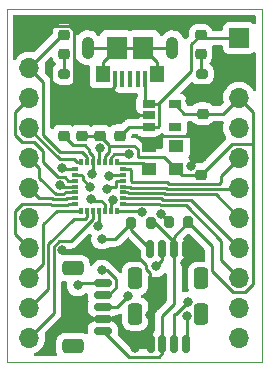
<source format=gbr>
G04 #@! TF.GenerationSoftware,KiCad,Pcbnew,(6.0.7)*
G04 #@! TF.CreationDate,2022-08-21T23:09:39-05:00*
G04 #@! TF.ProjectId,STM32QFN28Breakout,53544d33-3251-4464-9e32-38427265616b,rev?*
G04 #@! TF.SameCoordinates,Original*
G04 #@! TF.FileFunction,Copper,L1,Top*
G04 #@! TF.FilePolarity,Positive*
%FSLAX46Y46*%
G04 Gerber Fmt 4.6, Leading zero omitted, Abs format (unit mm)*
G04 Created by KiCad (PCBNEW (6.0.7)) date 2022-08-21 23:09:39*
%MOMM*%
%LPD*%
G01*
G04 APERTURE LIST*
G04 Aperture macros list*
%AMRoundRect*
0 Rectangle with rounded corners*
0 $1 Rounding radius*
0 $2 $3 $4 $5 $6 $7 $8 $9 X,Y pos of 4 corners*
0 Add a 4 corners polygon primitive as box body*
4,1,4,$2,$3,$4,$5,$6,$7,$8,$9,$2,$3,0*
0 Add four circle primitives for the rounded corners*
1,1,$1+$1,$2,$3*
1,1,$1+$1,$4,$5*
1,1,$1+$1,$6,$7*
1,1,$1+$1,$8,$9*
0 Add four rect primitives between the rounded corners*
20,1,$1+$1,$2,$3,$4,$5,0*
20,1,$1+$1,$4,$5,$6,$7,0*
20,1,$1+$1,$6,$7,$8,$9,0*
20,1,$1+$1,$8,$9,$2,$3,0*%
G04 Aperture macros list end*
G04 #@! TA.AperFunction,Profile*
%ADD10C,0.050000*%
G04 #@! TD*
G04 #@! TA.AperFunction,SMDPad,CuDef*
%ADD11R,0.299974X0.599948*%
G04 #@! TD*
G04 #@! TA.AperFunction,SMDPad,CuDef*
%ADD12R,0.599948X0.299974*%
G04 #@! TD*
G04 #@! TA.AperFunction,SMDPad,CuDef*
%ADD13R,1.150000X1.450000*%
G04 #@! TD*
G04 #@! TA.AperFunction,ComponentPad*
%ADD14O,1.050000X1.900000*%
G04 #@! TD*
G04 #@! TA.AperFunction,SMDPad,CuDef*
%ADD15R,1.750000X1.900000*%
G04 #@! TD*
G04 #@! TA.AperFunction,SMDPad,CuDef*
%ADD16R,0.400000X1.400000*%
G04 #@! TD*
G04 #@! TA.AperFunction,ComponentPad*
%ADD17R,1.700000X1.700000*%
G04 #@! TD*
G04 #@! TA.AperFunction,ComponentPad*
%ADD18O,1.700000X1.700000*%
G04 #@! TD*
G04 #@! TA.AperFunction,SMDPad,CuDef*
%ADD19RoundRect,0.150000X0.625000X-0.150000X0.625000X0.150000X-0.625000X0.150000X-0.625000X-0.150000X0*%
G04 #@! TD*
G04 #@! TA.AperFunction,SMDPad,CuDef*
%ADD20RoundRect,0.250000X0.650000X-0.350000X0.650000X0.350000X-0.650000X0.350000X-0.650000X-0.350000X0*%
G04 #@! TD*
G04 #@! TA.AperFunction,SMDPad,CuDef*
%ADD21RoundRect,0.225000X0.250000X-0.225000X0.250000X0.225000X-0.250000X0.225000X-0.250000X-0.225000X0*%
G04 #@! TD*
G04 #@! TA.AperFunction,SMDPad,CuDef*
%ADD22RoundRect,0.150000X0.150000X0.625000X-0.150000X0.625000X-0.150000X-0.625000X0.150000X-0.625000X0*%
G04 #@! TD*
G04 #@! TA.AperFunction,SMDPad,CuDef*
%ADD23RoundRect,0.249999X0.350001X0.650001X-0.350001X0.650001X-0.350001X-0.650001X0.350001X-0.650001X0*%
G04 #@! TD*
G04 #@! TA.AperFunction,SMDPad,CuDef*
%ADD24RoundRect,0.249999X-0.350001X-0.650001X0.350001X-0.650001X0.350001X0.650001X-0.350001X0.650001X0*%
G04 #@! TD*
G04 #@! TA.AperFunction,SMDPad,CuDef*
%ADD25RoundRect,0.150000X-0.150000X-0.625000X0.150000X-0.625000X0.150000X0.625000X-0.150000X0.625000X0*%
G04 #@! TD*
G04 #@! TA.AperFunction,SMDPad,CuDef*
%ADD26RoundRect,0.225000X-0.250000X0.225000X-0.250000X-0.225000X0.250000X-0.225000X0.250000X0.225000X0*%
G04 #@! TD*
G04 #@! TA.AperFunction,SMDPad,CuDef*
%ADD27RoundRect,0.218750X0.256250X-0.218750X0.256250X0.218750X-0.256250X0.218750X-0.256250X-0.218750X0*%
G04 #@! TD*
G04 #@! TA.AperFunction,SMDPad,CuDef*
%ADD28RoundRect,0.200000X-0.200000X-0.275000X0.200000X-0.275000X0.200000X0.275000X-0.200000X0.275000X0*%
G04 #@! TD*
G04 #@! TA.AperFunction,SMDPad,CuDef*
%ADD29RoundRect,0.200000X0.275000X-0.200000X0.275000X0.200000X-0.275000X0.200000X-0.275000X-0.200000X0*%
G04 #@! TD*
G04 #@! TA.AperFunction,SMDPad,CuDef*
%ADD30RoundRect,0.200000X-0.275000X0.200000X-0.275000X-0.200000X0.275000X-0.200000X0.275000X0.200000X0*%
G04 #@! TD*
G04 #@! TA.AperFunction,SMDPad,CuDef*
%ADD31R,1.060000X0.650000*%
G04 #@! TD*
G04 #@! TA.AperFunction,SMDPad,CuDef*
%ADD32R,1.300000X1.100000*%
G04 #@! TD*
G04 #@! TA.AperFunction,ViaPad*
%ADD33C,0.800000*%
G04 #@! TD*
G04 #@! TA.AperFunction,Conductor*
%ADD34C,0.250000*%
G04 #@! TD*
G04 APERTURE END LIST*
D10*
X201300000Y-78800000D02*
X201300000Y-108700000D01*
X201300000Y-108700000D02*
X222900000Y-108700000D01*
X222900000Y-108700000D02*
X222900000Y-78800000D01*
X222900000Y-78800000D02*
X201300000Y-78800000D01*
D11*
X210624420Y-91813380D03*
X210124040Y-91813380D03*
X209623660Y-91813380D03*
X209123280Y-91813380D03*
X208622900Y-91813380D03*
X208122520Y-91813380D03*
X207622140Y-91813380D03*
D12*
X207078580Y-92356940D03*
X207078580Y-92857320D03*
X207078580Y-93357700D03*
X207078580Y-93858080D03*
X207078580Y-94358460D03*
X207078580Y-94858840D03*
X207078580Y-95359220D03*
D11*
X207622140Y-95902780D03*
X208122520Y-95902780D03*
X208622900Y-95902780D03*
X209123280Y-95902780D03*
X209623660Y-95902780D03*
X210124040Y-95902780D03*
X210624420Y-95902780D03*
D12*
X211167980Y-95359220D03*
X211167980Y-94858840D03*
X211167980Y-94358460D03*
X211167980Y-93858080D03*
X211167980Y-93357700D03*
X211167980Y-92857320D03*
X211167980Y-92356940D03*
D13*
X214060000Y-84320000D03*
X209420000Y-84320000D03*
D14*
X208165000Y-82090000D03*
X215315000Y-82090000D03*
D15*
X212865000Y-82090000D03*
D16*
X211740000Y-84740000D03*
X211090000Y-84740000D03*
X210440000Y-84740000D03*
X213040000Y-84740000D03*
X212390000Y-84740000D03*
D15*
X210615000Y-82090000D03*
D17*
X203200000Y-81280000D03*
D18*
X203200000Y-83820000D03*
X203200000Y-86360000D03*
X203200000Y-88900000D03*
X203200000Y-91440000D03*
X203200000Y-93980000D03*
X203200000Y-96520000D03*
X203200000Y-99060000D03*
X203200000Y-101600000D03*
X203200000Y-104140000D03*
X203200000Y-106680000D03*
D19*
X209435000Y-106060000D03*
X209435000Y-105060000D03*
X209435000Y-104060000D03*
X209435000Y-103060000D03*
X209435000Y-102060000D03*
D20*
X206910000Y-100760000D03*
X206910000Y-107360000D03*
D21*
X206110000Y-89575000D03*
X206110000Y-88025000D03*
X207640000Y-89575000D03*
X207640000Y-88025000D03*
X209200000Y-89575000D03*
X209200000Y-88025000D03*
D22*
X216470000Y-99115000D03*
X215470000Y-99115000D03*
X214470000Y-99115000D03*
X213470000Y-99115000D03*
D23*
X217770000Y-101640000D03*
X212170000Y-101640000D03*
D24*
X212180000Y-104640000D03*
X217780000Y-104640000D03*
D25*
X216480000Y-107165000D03*
X215480000Y-107165000D03*
X214480000Y-107165000D03*
X213480000Y-107165000D03*
D26*
X217790000Y-91295000D03*
X217790000Y-92845000D03*
D21*
X210870000Y-88005000D03*
X210870000Y-89555000D03*
X217890000Y-89245000D03*
X217890000Y-87695000D03*
D27*
X217720000Y-82597500D03*
X217720000Y-81022500D03*
X206180000Y-82617500D03*
X206180000Y-81042500D03*
D18*
X220980000Y-106680000D03*
X220980000Y-104140000D03*
X220980000Y-101600000D03*
X220980000Y-99060000D03*
X220980000Y-96520000D03*
X220980000Y-93980000D03*
X220980000Y-91440000D03*
X220980000Y-88900000D03*
X220980000Y-86360000D03*
X220980000Y-83820000D03*
D17*
X220980000Y-81280000D03*
D28*
X211855000Y-96930000D03*
X213505000Y-96930000D03*
X215025000Y-96890000D03*
X216675000Y-96890000D03*
D29*
X217850000Y-85955000D03*
X217850000Y-84305000D03*
D30*
X206180000Y-84325000D03*
X206180000Y-85975000D03*
D31*
X215520000Y-86890000D03*
X215520000Y-88790000D03*
X213320000Y-88790000D03*
X213320000Y-87840000D03*
X213320000Y-86890000D03*
D32*
X215660000Y-90450000D03*
X213360000Y-90450000D03*
X213360000Y-92350000D03*
X215660000Y-92350000D03*
D33*
X206000000Y-99260000D03*
X211640000Y-99030000D03*
X216918259Y-92078483D03*
X216780000Y-86590000D03*
X216620000Y-103660000D03*
X213440000Y-104750000D03*
X211597338Y-103109801D03*
X212150000Y-107510000D03*
X207710000Y-105080000D03*
X209170000Y-86600000D03*
X213925374Y-100620774D03*
X207300000Y-102230000D03*
X209240000Y-90624500D03*
X214338592Y-96142504D03*
X209930170Y-92996656D03*
X216429419Y-100364030D03*
X209802600Y-94094273D03*
X209361830Y-98301031D03*
X205986380Y-92290900D03*
X208390349Y-93881300D03*
X216580000Y-104780000D03*
X208481170Y-92765880D03*
X210268004Y-94980760D03*
X209350000Y-100950000D03*
X212791040Y-96050100D03*
X209016738Y-97204875D03*
X205793340Y-93767750D03*
X211653445Y-91129000D03*
X208414620Y-94927420D03*
D34*
X210615000Y-82090000D02*
X212865000Y-82090000D01*
X212865000Y-82090000D02*
X215315000Y-82090000D01*
X214060000Y-83285000D02*
X214060000Y-84320000D01*
X212865000Y-82090000D02*
X214060000Y-83285000D01*
X209420000Y-83285000D02*
X209420000Y-84320000D01*
X210615000Y-82090000D02*
X209420000Y-83285000D01*
X208165000Y-82090000D02*
X210615000Y-82090000D01*
X213040000Y-86610000D02*
X213320000Y-86890000D01*
X213040000Y-84740000D02*
X213040000Y-86610000D01*
X210440000Y-85330000D02*
X209170000Y-86600000D01*
X210440000Y-84740000D02*
X210440000Y-85330000D01*
X214890000Y-93440000D02*
X211910000Y-93440000D01*
X219300000Y-93620000D02*
X215070000Y-93620000D01*
X214338592Y-96203592D02*
X214338592Y-96142504D01*
X215025000Y-96890000D02*
X214338592Y-96203592D01*
X212266182Y-95359220D02*
X211167980Y-95359220D01*
X212317398Y-95308004D02*
X212266182Y-95359220D01*
X219483989Y-100103989D02*
X219483989Y-98456749D01*
X219480000Y-93440000D02*
X219300000Y-93620000D01*
X216445244Y-95418004D02*
X214325244Y-95418004D01*
X220980000Y-101600000D02*
X219483989Y-100103989D01*
X214511433Y-94968503D02*
X216888503Y-94968503D01*
X218979002Y-94519002D02*
X220980000Y-96520000D01*
X214697622Y-94519002D02*
X218979002Y-94519002D01*
X211607622Y-94409002D02*
X214587622Y-94409002D01*
X211557080Y-94358460D02*
X211607622Y-94409002D01*
X211167980Y-94358460D02*
X211557080Y-94358460D01*
X220890499Y-94069501D02*
X220980000Y-93980000D01*
X211168317Y-94858503D02*
X214401433Y-94858503D01*
X214883811Y-94069501D02*
X220890499Y-94069501D01*
X214773811Y-93959501D02*
X214883811Y-94069501D01*
X211819375Y-93959501D02*
X214773811Y-93959501D01*
X211717954Y-93858080D02*
X211819375Y-93959501D01*
X214587622Y-94409002D02*
X214697622Y-94519002D01*
X211167980Y-94858840D02*
X211168317Y-94858503D01*
X214215244Y-95308004D02*
X212317398Y-95308004D01*
X219483989Y-98456749D02*
X216445244Y-95418004D01*
X214401433Y-94858503D02*
X214511433Y-94968503D01*
X214325244Y-95418004D02*
X214215244Y-95308004D01*
X215070000Y-93620000D02*
X214890000Y-93440000D01*
X211167980Y-93858080D02*
X211717954Y-93858080D01*
X216888503Y-94968503D02*
X220980000Y-99060000D01*
X211410000Y-99260000D02*
X206000000Y-99260000D01*
X204825999Y-102514001D02*
X203200000Y-104140000D01*
X204825999Y-98733713D02*
X204825999Y-102514001D01*
X206960253Y-96599459D02*
X204825999Y-98733713D01*
X211640000Y-99030000D02*
X211410000Y-99260000D01*
X207960424Y-96599459D02*
X206960253Y-96599459D01*
X208122520Y-95902780D02*
X208122520Y-96437363D01*
X208122520Y-96437363D02*
X207960424Y-96599459D01*
X205275500Y-98959902D02*
X205275500Y-104604500D01*
X205759902Y-98475500D02*
X205275500Y-98959902D01*
X208622900Y-95902780D02*
X208622900Y-96573394D01*
X205275500Y-104604500D02*
X203200000Y-106680000D01*
X208622900Y-96573394D02*
X206720794Y-98475500D01*
X206720794Y-98475500D02*
X205759902Y-98475500D01*
X213095000Y-100485000D02*
X211640000Y-99030000D01*
X213095000Y-100815000D02*
X213095000Y-100485000D01*
X213440000Y-101160000D02*
X213095000Y-100815000D01*
X214470000Y-99115000D02*
X214470000Y-100076148D01*
X214470000Y-100076148D02*
X213925374Y-100620774D01*
X213440000Y-104750000D02*
X213440000Y-101160000D01*
X217701742Y-91295000D02*
X216918259Y-92078483D01*
X217790000Y-91295000D02*
X217701742Y-91295000D01*
X207756670Y-93247621D02*
X208390349Y-93881300D01*
X207756670Y-92985436D02*
X207756670Y-93247621D01*
X207628554Y-92857320D02*
X207756670Y-92985436D01*
X207078580Y-92857320D02*
X207628554Y-92857320D01*
X217415000Y-85955000D02*
X216780000Y-86590000D01*
X217850000Y-85955000D02*
X217415000Y-85955000D01*
X215520000Y-86890000D02*
X216325000Y-87695000D01*
X216325000Y-87695000D02*
X217890000Y-87695000D01*
X215655500Y-104624500D02*
X216620000Y-103660000D01*
X215480000Y-104624500D02*
X215655500Y-104624500D01*
X215470000Y-103824310D02*
X214480000Y-104814310D01*
X214480000Y-104814310D02*
X214480000Y-107165000D01*
X215470000Y-99115000D02*
X215470000Y-103824310D01*
X214195000Y-108265000D02*
X214480000Y-107980000D01*
X211640000Y-108265000D02*
X214195000Y-108265000D01*
X209435000Y-106060000D02*
X211640000Y-108265000D01*
X214480000Y-107980000D02*
X214480000Y-107165000D01*
X218845000Y-85955000D02*
X217850000Y-85955000D01*
X220980000Y-83820000D02*
X218845000Y-85955000D01*
X210647139Y-104060000D02*
X209435000Y-104060000D01*
X211597338Y-103109801D02*
X210647139Y-104060000D01*
X209881751Y-103060000D02*
X209435000Y-103060000D01*
X210535000Y-102406751D02*
X209881751Y-103060000D01*
X209771751Y-100950000D02*
X210535000Y-101713249D01*
X210535000Y-101713249D02*
X210535000Y-102406751D01*
X209350000Y-100950000D02*
X209771751Y-100950000D01*
X222115000Y-90265000D02*
X222170000Y-90210000D01*
X220370000Y-90265000D02*
X222115000Y-90265000D01*
X217790000Y-92845000D02*
X220370000Y-90265000D01*
X222170000Y-90210000D02*
X222170000Y-87550000D01*
X222170000Y-102070994D02*
X222170000Y-90210000D01*
X216470000Y-99115000D02*
X216470000Y-100323449D01*
X216470000Y-100323449D02*
X216429419Y-100364030D01*
X212495000Y-107165000D02*
X212150000Y-107510000D01*
X213480000Y-107165000D02*
X212495000Y-107165000D01*
X207730000Y-105060000D02*
X207710000Y-105080000D01*
X209435000Y-105060000D02*
X207730000Y-105060000D01*
X209200000Y-86630000D02*
X209170000Y-86600000D01*
X209200000Y-88025000D02*
X209200000Y-86630000D01*
X217560000Y-89575000D02*
X217890000Y-89245000D01*
X213360000Y-90450000D02*
X214235000Y-89575000D01*
X214235000Y-89575000D02*
X217560000Y-89575000D01*
X212074500Y-90404500D02*
X209964500Y-90404500D01*
X212385000Y-90715000D02*
X212074500Y-90404500D01*
X214635000Y-91325000D02*
X212385000Y-91325000D01*
X215660000Y-92350000D02*
X214635000Y-91325000D01*
X212863500Y-91853500D02*
X213360000Y-92350000D01*
X210624420Y-91813380D02*
X210664540Y-91853500D01*
X212385000Y-91325000D02*
X212385000Y-90715000D01*
X210395788Y-91129000D02*
X211653445Y-91129000D01*
X210124040Y-91400748D02*
X210395788Y-91129000D01*
X210124040Y-91813380D02*
X210124040Y-91400748D01*
X210664540Y-91853500D02*
X212863500Y-91853500D01*
X211035000Y-87840000D02*
X213320000Y-87840000D01*
X210870000Y-88005000D02*
X211035000Y-87840000D01*
X220493299Y-102775000D02*
X221465994Y-102775000D01*
X218705000Y-98920000D02*
X218705000Y-100986701D01*
X222170000Y-87550000D02*
X220980000Y-86360000D01*
X216675000Y-96890000D02*
X218705000Y-98920000D01*
X218705000Y-100986701D02*
X220493299Y-102775000D01*
X221465994Y-102775000D02*
X222170000Y-102070994D01*
X209964500Y-90404500D02*
X209964500Y-90324402D01*
X209964500Y-90924598D02*
X209964500Y-90404500D01*
X216155000Y-92845000D02*
X215660000Y-92350000D01*
X217790000Y-92845000D02*
X216155000Y-92845000D01*
X215480000Y-104624500D02*
X215480000Y-107165000D01*
X216580000Y-107065000D02*
X216480000Y-107165000D01*
X216580000Y-104780000D02*
X216580000Y-107065000D01*
X210483969Y-98301031D02*
X211855000Y-96930000D01*
X209361830Y-98301031D02*
X210483969Y-98301031D01*
X213847538Y-96930000D02*
X213505000Y-96930000D01*
X215470000Y-98552462D02*
X213847538Y-96930000D01*
X215470000Y-99115000D02*
X215470000Y-98552462D01*
X215470000Y-98095000D02*
X216675000Y-96890000D01*
X215470000Y-99115000D02*
X215470000Y-98095000D01*
X211855000Y-97500000D02*
X213470000Y-99115000D01*
X211855000Y-96930000D02*
X211855000Y-97500000D01*
X207470000Y-102060000D02*
X207300000Y-102230000D01*
X209435000Y-102060000D02*
X207470000Y-102060000D01*
X209123280Y-90741220D02*
X209240000Y-90624500D01*
X209123280Y-91813380D02*
X209123280Y-90741220D01*
X209964500Y-90324402D02*
X209215098Y-89575000D01*
X209623660Y-91265438D02*
X209964500Y-90924598D01*
X209623660Y-91813380D02*
X209623660Y-91265438D01*
X205782760Y-90934521D02*
X204375001Y-89526762D01*
X207659733Y-90934521D02*
X205782760Y-90934521D01*
X208122520Y-91813380D02*
X208122520Y-91397308D01*
X209215098Y-89575000D02*
X209200000Y-89575000D01*
X206885000Y-90350000D02*
X206110000Y-89575000D01*
X207894411Y-90350000D02*
X206885000Y-90350000D01*
X208285500Y-90741089D02*
X207894411Y-90350000D01*
X208122520Y-91397308D02*
X207659733Y-90934521D01*
X208285500Y-90924598D02*
X208285500Y-90741089D01*
X208622900Y-91261998D02*
X208285500Y-90924598D01*
X204375001Y-89526762D02*
X204375001Y-84995001D01*
X208622900Y-91813380D02*
X208622900Y-91261998D01*
X204375001Y-84995001D02*
X203200000Y-83820000D01*
X207640000Y-89575000D02*
X209200000Y-89575000D01*
X214100000Y-86890000D02*
X213320000Y-86890000D01*
X214175000Y-86965000D02*
X214100000Y-86890000D01*
X214175000Y-88715000D02*
X214175000Y-86965000D01*
X214100000Y-88790000D02*
X214175000Y-88715000D01*
X213320000Y-88790000D02*
X214100000Y-88790000D01*
X211635000Y-88790000D02*
X213320000Y-88790000D01*
X210870000Y-89555000D02*
X211635000Y-88790000D01*
X219645000Y-87695000D02*
X220980000Y-86360000D01*
X217890000Y-87695000D02*
X219645000Y-87695000D01*
X217720000Y-84175000D02*
X217850000Y-84305000D01*
X217720000Y-82597500D02*
X217720000Y-84175000D01*
X216920000Y-84070000D02*
X216920000Y-81822500D01*
X214100000Y-86890000D02*
X216920000Y-84070000D01*
X216920000Y-81822500D02*
X217720000Y-81022500D01*
X217977500Y-81280000D02*
X220980000Y-81280000D01*
X217720000Y-81022500D02*
X217977500Y-81280000D01*
X206980000Y-80598521D02*
X206980000Y-85175000D01*
X206980000Y-85175000D02*
X206180000Y-85975000D01*
X206661479Y-80280000D02*
X206980000Y-80598521D01*
X204200000Y-80280000D02*
X206661479Y-80280000D01*
X203200000Y-81280000D02*
X204200000Y-80280000D01*
X206180000Y-82617500D02*
X206180000Y-84325000D01*
X205977500Y-81042500D02*
X206180000Y-81042500D01*
X203200000Y-83820000D02*
X205977500Y-81042500D01*
X210850000Y-88025000D02*
X210870000Y-88005000D01*
X209200000Y-88025000D02*
X210850000Y-88025000D01*
X207640000Y-88025000D02*
X209200000Y-88025000D01*
X206110000Y-88025000D02*
X207640000Y-88025000D01*
X219480000Y-92940000D02*
X220980000Y-91440000D01*
X219480000Y-93440000D02*
X219480000Y-92940000D01*
X211860000Y-93390000D02*
X211910000Y-93440000D01*
X211860000Y-92449379D02*
X211860000Y-93390000D01*
X211767561Y-92356940D02*
X211860000Y-92449379D01*
X211167980Y-92356940D02*
X211767561Y-92356940D01*
X208622900Y-92624150D02*
X208481170Y-92765880D01*
X208622900Y-91813380D02*
X208622900Y-92624150D01*
X210041206Y-93934500D02*
X209881433Y-94094273D01*
X210993004Y-93383093D02*
X210543006Y-93383093D01*
X211167980Y-93357700D02*
X210993004Y-93357700D01*
X210993004Y-93357700D02*
X210993004Y-93383093D01*
X209881433Y-94094273D02*
X209802600Y-94094273D01*
X211167980Y-92857320D02*
X210069506Y-92857320D01*
X210543006Y-93934500D02*
X210041206Y-93934500D01*
X210069506Y-92857320D02*
X209930170Y-92996656D01*
X210543006Y-93383093D02*
X210543006Y-93934500D01*
X207078580Y-92356940D02*
X206052420Y-92356940D01*
X206052420Y-92356940D02*
X205986380Y-92290900D01*
X210124040Y-95124724D02*
X210268004Y-94980760D01*
X210124040Y-95902780D02*
X210124040Y-95124724D01*
X212643720Y-95902780D02*
X212791040Y-96050100D01*
X210624420Y-95902780D02*
X212643720Y-95902780D01*
X209123280Y-97098333D02*
X209016738Y-97204875D01*
X209123280Y-95902780D02*
X209123280Y-97098333D01*
X207078580Y-93858080D02*
X205883670Y-93858080D01*
X205883670Y-93858080D02*
X205793340Y-93767750D01*
X204375001Y-91744905D02*
X204375001Y-90875999D01*
X202024999Y-89464001D02*
X202024999Y-87535001D01*
X206528606Y-93357700D02*
X206202048Y-93031142D01*
X202635999Y-90075001D02*
X202024999Y-89464001D01*
X204375001Y-90875999D02*
X203574003Y-90075001D01*
X207078580Y-93357700D02*
X206528606Y-93357700D01*
X205661238Y-93031142D02*
X204375001Y-91744905D01*
X202350001Y-87209999D02*
X203200000Y-86360000D01*
X203574003Y-90075001D02*
X202635999Y-90075001D01*
X206202048Y-93031142D02*
X205661238Y-93031142D01*
X202024999Y-87535001D02*
X202350001Y-87209999D01*
X206411665Y-94858840D02*
X206327742Y-94942763D01*
X205146174Y-94829999D02*
X204049999Y-94829999D01*
X206327742Y-94942763D02*
X205258938Y-94942763D01*
X205258938Y-94942763D02*
X205146174Y-94829999D01*
X207078580Y-94858840D02*
X206411665Y-94858840D01*
X204049999Y-94829999D02*
X203200000Y-93980000D01*
X207078580Y-94358460D02*
X206275634Y-94358460D01*
X204049999Y-92289999D02*
X203200000Y-91440000D01*
X206275634Y-94358460D02*
X206141342Y-94492752D01*
X205445338Y-94492752D02*
X204049999Y-93097413D01*
X204049999Y-93097413D02*
X204049999Y-92289999D01*
X206141342Y-94492752D02*
X205445338Y-94492752D01*
X205777726Y-91565898D02*
X203200000Y-88988172D01*
X203200000Y-88988172D02*
X203200000Y-88900000D01*
X207222153Y-91813380D02*
X206974671Y-91565898D01*
X207622140Y-91813380D02*
X207222153Y-91813380D01*
X206974671Y-91565898D02*
X205777726Y-91565898D01*
X207078580Y-95359220D02*
X206528606Y-95359220D01*
X202024999Y-97884999D02*
X202350001Y-98210001D01*
X206528606Y-95359220D02*
X206495052Y-95392774D01*
X206495052Y-95392774D02*
X205072538Y-95392774D01*
X205072538Y-95392774D02*
X205024763Y-95344999D01*
X202350001Y-98210001D02*
X203200000Y-99060000D01*
X205024763Y-95344999D02*
X202635999Y-95344999D01*
X202024999Y-95955999D02*
X202024999Y-97884999D01*
X202635999Y-95344999D02*
X202024999Y-95955999D01*
X205540688Y-95902780D02*
X204375001Y-97068467D01*
X204375001Y-100424999D02*
X204049999Y-100750001D01*
X207622140Y-95902780D02*
X205540688Y-95902780D01*
X204049999Y-100750001D02*
X203200000Y-101600000D01*
X204375001Y-97068467D02*
X204375001Y-100424999D01*
X209623660Y-95352806D02*
X209310034Y-95039180D01*
X208526380Y-95039180D02*
X208414620Y-94927420D01*
X209623660Y-95902780D02*
X209623660Y-95352806D01*
X209310034Y-95039180D02*
X208526380Y-95039180D01*
G04 #@! TA.AperFunction,Conductor*
G36*
X214748294Y-101174640D02*
G01*
X214807278Y-101214154D01*
X214835536Y-101279284D01*
X214836500Y-101294838D01*
X214836500Y-103509715D01*
X214816498Y-103577836D01*
X214799595Y-103598810D01*
X214087747Y-104310658D01*
X214079461Y-104318198D01*
X214072982Y-104322310D01*
X214067557Y-104328087D01*
X214026357Y-104371961D01*
X214023602Y-104374803D01*
X214003865Y-104394540D01*
X214001385Y-104397737D01*
X213993682Y-104406757D01*
X213963414Y-104438989D01*
X213959595Y-104445935D01*
X213959593Y-104445938D01*
X213953652Y-104456744D01*
X213942801Y-104473263D01*
X213930386Y-104489269D01*
X213927241Y-104496538D01*
X213927238Y-104496542D01*
X213912826Y-104529847D01*
X213907609Y-104540497D01*
X213886305Y-104579250D01*
X213884334Y-104586925D01*
X213884334Y-104586926D01*
X213881267Y-104598872D01*
X213874863Y-104617576D01*
X213866819Y-104636165D01*
X213865580Y-104643988D01*
X213865577Y-104643998D01*
X213859901Y-104679834D01*
X213857495Y-104691454D01*
X213856231Y-104696379D01*
X213846500Y-104734280D01*
X213846500Y-104754534D01*
X213844949Y-104774244D01*
X213841780Y-104794253D01*
X213842526Y-104802145D01*
X213845941Y-104838271D01*
X213846500Y-104850129D01*
X213846500Y-106040050D01*
X213826498Y-106108171D01*
X213815941Y-106121271D01*
X213816011Y-106121325D01*
X213811155Y-106127585D01*
X213805547Y-106133193D01*
X213801511Y-106140017D01*
X213801509Y-106140020D01*
X213766885Y-106198566D01*
X213720855Y-106276399D01*
X213718644Y-106284010D01*
X213718643Y-106284012D01*
X213707687Y-106321725D01*
X213674438Y-106436169D01*
X213671500Y-106473498D01*
X213671500Y-107505500D01*
X213651498Y-107573621D01*
X213597842Y-107620114D01*
X213545500Y-107631500D01*
X211954594Y-107631500D01*
X211886473Y-107611498D01*
X211865499Y-107594595D01*
X210738801Y-106467897D01*
X210704775Y-106405585D01*
X210706899Y-106343649D01*
X210713768Y-106320008D01*
X210713769Y-106320003D01*
X210715562Y-106313831D01*
X210718500Y-106276502D01*
X210718500Y-105843498D01*
X210718307Y-105841042D01*
X210716067Y-105812579D01*
X210716066Y-105812574D01*
X210715562Y-105806169D01*
X210669145Y-105646399D01*
X210649952Y-105613946D01*
X210588491Y-105510020D01*
X210588489Y-105510017D01*
X210584453Y-105503193D01*
X210466807Y-105385547D01*
X210459983Y-105381511D01*
X210459980Y-105381509D01*
X210340579Y-105310896D01*
X210323601Y-105300855D01*
X210315990Y-105298644D01*
X210315988Y-105298643D01*
X210263769Y-105283472D01*
X210163831Y-105254438D01*
X210157426Y-105253934D01*
X210157421Y-105253933D01*
X210128958Y-105251693D01*
X210128950Y-105251693D01*
X210126502Y-105251500D01*
X208743498Y-105251500D01*
X208741050Y-105251693D01*
X208741042Y-105251693D01*
X208712579Y-105253933D01*
X208712574Y-105253934D01*
X208706169Y-105254438D01*
X208606231Y-105283472D01*
X208554012Y-105298643D01*
X208554010Y-105298644D01*
X208546399Y-105300855D01*
X208529421Y-105310896D01*
X208410020Y-105381509D01*
X208410017Y-105381511D01*
X208403193Y-105385547D01*
X208285547Y-105503193D01*
X208281511Y-105510017D01*
X208281509Y-105510020D01*
X208220048Y-105613946D01*
X208200855Y-105646399D01*
X208154438Y-105806169D01*
X208153934Y-105812574D01*
X208153933Y-105812579D01*
X208151693Y-105841042D01*
X208151500Y-105843498D01*
X208151500Y-106257870D01*
X208131498Y-106325991D01*
X208077842Y-106372484D01*
X208007568Y-106382588D01*
X207959384Y-106365130D01*
X207888968Y-106321725D01*
X207888966Y-106321724D01*
X207882738Y-106317885D01*
X207802995Y-106291436D01*
X207721389Y-106264368D01*
X207721387Y-106264368D01*
X207714861Y-106262203D01*
X207708025Y-106261503D01*
X207708022Y-106261502D01*
X207664969Y-106257091D01*
X207610400Y-106251500D01*
X206209600Y-106251500D01*
X206206354Y-106251837D01*
X206206350Y-106251837D01*
X206110692Y-106261762D01*
X206110688Y-106261763D01*
X206103834Y-106262474D01*
X206097298Y-106264655D01*
X206097296Y-106264655D01*
X206039277Y-106284012D01*
X205936054Y-106318450D01*
X205785652Y-106411522D01*
X205660695Y-106536697D01*
X205567885Y-106687262D01*
X205565581Y-106694209D01*
X205524142Y-106819145D01*
X205512203Y-106855139D01*
X205511503Y-106861975D01*
X205511502Y-106861978D01*
X205510192Y-106874767D01*
X205501500Y-106959600D01*
X205501500Y-107760400D01*
X205501837Y-107763646D01*
X205501837Y-107763650D01*
X205511126Y-107853173D01*
X205512474Y-107866166D01*
X205514657Y-107872708D01*
X205514657Y-107872710D01*
X205565673Y-108025623D01*
X205568258Y-108096573D01*
X205532075Y-108157657D01*
X205468611Y-108189482D01*
X205446150Y-108191500D01*
X203744716Y-108191500D01*
X203676595Y-108171498D01*
X203630102Y-108117842D01*
X203619998Y-108047568D01*
X203649492Y-107982988D01*
X203697309Y-107949197D01*
X203697384Y-107949174D01*
X203702028Y-107946899D01*
X203702033Y-107946897D01*
X203893346Y-107853173D01*
X203897994Y-107850896D01*
X204079860Y-107721173D01*
X204238096Y-107563489D01*
X204297594Y-107480689D01*
X204365435Y-107386277D01*
X204368453Y-107382077D01*
X204396285Y-107325764D01*
X204465136Y-107186453D01*
X204465137Y-107186451D01*
X204467430Y-107181811D01*
X204532370Y-106968069D01*
X204561529Y-106746590D01*
X204563156Y-106680000D01*
X204544852Y-106457361D01*
X204516821Y-106345765D01*
X204519625Y-106274823D01*
X204549930Y-106225974D01*
X205667747Y-105108157D01*
X205676037Y-105100613D01*
X205682518Y-105096500D01*
X205729159Y-105046832D01*
X205731913Y-105043991D01*
X205751634Y-105024270D01*
X205754112Y-105021075D01*
X205761818Y-105012053D01*
X205786658Y-104985601D01*
X205792086Y-104979821D01*
X205801846Y-104962068D01*
X205812699Y-104945545D01*
X205820253Y-104935806D01*
X205825113Y-104929541D01*
X205842676Y-104888957D01*
X205847883Y-104878327D01*
X205869195Y-104839560D01*
X205871166Y-104831883D01*
X205871168Y-104831878D01*
X205874232Y-104819942D01*
X205880638Y-104801230D01*
X205883658Y-104794253D01*
X205888681Y-104782645D01*
X205889921Y-104774817D01*
X205889923Y-104774810D01*
X205895599Y-104738976D01*
X205898005Y-104727356D01*
X205907028Y-104692211D01*
X205907028Y-104692210D01*
X205909000Y-104684530D01*
X205909000Y-104664276D01*
X205910551Y-104644565D01*
X205912480Y-104632386D01*
X205913720Y-104624557D01*
X205909559Y-104580538D01*
X205909000Y-104568681D01*
X205909000Y-101967283D01*
X205929002Y-101899162D01*
X205982658Y-101852669D01*
X206052932Y-101842565D01*
X206074667Y-101847690D01*
X206098611Y-101855632D01*
X206098613Y-101855632D01*
X206105139Y-101857797D01*
X206111975Y-101858497D01*
X206111978Y-101858498D01*
X206155031Y-101862909D01*
X206209600Y-101868500D01*
X206288781Y-101868500D01*
X206356902Y-101888502D01*
X206403395Y-101942158D01*
X206413499Y-102012432D01*
X206408613Y-102033439D01*
X206406458Y-102040072D01*
X206405768Y-102046638D01*
X206405767Y-102046642D01*
X206388113Y-102214616D01*
X206386496Y-102230000D01*
X206387186Y-102236565D01*
X206398436Y-102343599D01*
X206406458Y-102419928D01*
X206465473Y-102601556D01*
X206468776Y-102607278D01*
X206468777Y-102607279D01*
X206472626Y-102613946D01*
X206560960Y-102766944D01*
X206565378Y-102771851D01*
X206565379Y-102771852D01*
X206668136Y-102885975D01*
X206688747Y-102908866D01*
X206843248Y-103021118D01*
X206849276Y-103023802D01*
X206849278Y-103023803D01*
X207011681Y-103096109D01*
X207017712Y-103098794D01*
X207111112Y-103118647D01*
X207198056Y-103137128D01*
X207198061Y-103137128D01*
X207204513Y-103138500D01*
X207395487Y-103138500D01*
X207401939Y-103137128D01*
X207401944Y-103137128D01*
X207488888Y-103118647D01*
X207582288Y-103098794D01*
X207588319Y-103096109D01*
X207750722Y-103023803D01*
X207750724Y-103023802D01*
X207756752Y-103021118D01*
X207911253Y-102908866D01*
X207931866Y-102885973D01*
X207992309Y-102848735D01*
X208063293Y-102850087D01*
X208122278Y-102889600D01*
X208150536Y-102954731D01*
X208151500Y-102970285D01*
X208151500Y-103276502D01*
X208151693Y-103278950D01*
X208151693Y-103278958D01*
X208153700Y-103304450D01*
X208154438Y-103313831D01*
X208200855Y-103473601D01*
X208204890Y-103480424D01*
X208204891Y-103480426D01*
X208214020Y-103495863D01*
X208231478Y-103564679D01*
X208214020Y-103624137D01*
X208204891Y-103639574D01*
X208200855Y-103646399D01*
X208198644Y-103654010D01*
X208198643Y-103654012D01*
X208195564Y-103664610D01*
X208154438Y-103806169D01*
X208153934Y-103812574D01*
X208153933Y-103812579D01*
X208151720Y-103840697D01*
X208151500Y-103843498D01*
X208151500Y-104276502D01*
X208154438Y-104313831D01*
X208171326Y-104371961D01*
X208195958Y-104456744D01*
X208200855Y-104473601D01*
X208204892Y-104480427D01*
X208281509Y-104609980D01*
X208281511Y-104609983D01*
X208285547Y-104616807D01*
X208403193Y-104734453D01*
X208410017Y-104738489D01*
X208410020Y-104738491D01*
X208504309Y-104794253D01*
X208546399Y-104819145D01*
X208554010Y-104821356D01*
X208554012Y-104821357D01*
X208596856Y-104833804D01*
X208706169Y-104865562D01*
X208712574Y-104866066D01*
X208712579Y-104866067D01*
X208741042Y-104868307D01*
X208741050Y-104868307D01*
X208743498Y-104868500D01*
X210126502Y-104868500D01*
X210128950Y-104868307D01*
X210128958Y-104868307D01*
X210157421Y-104866067D01*
X210157426Y-104866066D01*
X210163831Y-104865562D01*
X210273144Y-104833804D01*
X210315988Y-104821357D01*
X210315990Y-104821356D01*
X210323601Y-104819145D01*
X210365691Y-104794253D01*
X210459980Y-104738491D01*
X210459983Y-104738489D01*
X210466807Y-104734453D01*
X210472416Y-104728844D01*
X210478675Y-104723989D01*
X210479844Y-104725496D01*
X210533167Y-104696379D01*
X210559950Y-104693500D01*
X210568372Y-104693500D01*
X210579555Y-104694027D01*
X210587048Y-104695702D01*
X210594974Y-104695453D01*
X210594975Y-104695453D01*
X210655125Y-104693562D01*
X210659084Y-104693500D01*
X210686995Y-104693500D01*
X210690930Y-104693003D01*
X210690995Y-104692995D01*
X210702832Y-104692062D01*
X210735090Y-104691048D01*
X210739109Y-104690922D01*
X210747028Y-104690673D01*
X210766482Y-104685021D01*
X210785839Y-104681013D01*
X210798069Y-104679468D01*
X210798070Y-104679468D01*
X210805936Y-104678474D01*
X210813307Y-104675555D01*
X210813309Y-104675555D01*
X210847051Y-104662196D01*
X210858281Y-104658351D01*
X210893121Y-104648229D01*
X210893120Y-104648229D01*
X210900731Y-104646018D01*
X210900885Y-104646547D01*
X210965924Y-104638520D01*
X211029901Y-104669300D01*
X211067082Y-104729782D01*
X211071500Y-104762854D01*
X211071501Y-105090723D01*
X211071501Y-105340400D01*
X211082474Y-105446167D01*
X211084658Y-105452713D01*
X211135730Y-105605792D01*
X211138450Y-105613946D01*
X211231521Y-105764349D01*
X211356697Y-105889306D01*
X211507261Y-105982115D01*
X211568422Y-106002401D01*
X211668610Y-106035632D01*
X211668612Y-106035632D01*
X211675138Y-106037797D01*
X211681974Y-106038497D01*
X211681977Y-106038498D01*
X211725030Y-106042909D01*
X211779599Y-106048500D01*
X212176912Y-106048500D01*
X212580400Y-106048499D01*
X212686167Y-106037526D01*
X212748506Y-106016728D01*
X212847002Y-105983867D01*
X212847004Y-105983866D01*
X212853946Y-105981550D01*
X213004349Y-105888479D01*
X213129306Y-105763303D01*
X213190287Y-105664373D01*
X213218275Y-105618969D01*
X213218276Y-105618967D01*
X213222115Y-105612739D01*
X213277797Y-105444862D01*
X213280001Y-105423357D01*
X213287402Y-105351114D01*
X213288500Y-105340401D01*
X213288499Y-103939600D01*
X213277526Y-103833833D01*
X213221550Y-103666054D01*
X213128479Y-103515651D01*
X213003303Y-103390694D01*
X212869598Y-103308277D01*
X212858969Y-103301725D01*
X212858967Y-103301724D01*
X212852739Y-103297885D01*
X212732371Y-103257961D01*
X212674011Y-103217531D01*
X212646774Y-103151966D01*
X212659307Y-103082085D01*
X212707632Y-103030073D01*
X212732161Y-103018845D01*
X212837002Y-102983867D01*
X212837004Y-102983866D01*
X212843946Y-102981550D01*
X212994349Y-102888479D01*
X213119306Y-102763303D01*
X213212115Y-102612739D01*
X213267797Y-102444862D01*
X213269709Y-102426206D01*
X213274833Y-102376187D01*
X213278500Y-102340401D01*
X213278499Y-101519565D01*
X213298501Y-101451445D01*
X213352157Y-101404952D01*
X213422431Y-101394848D01*
X213465847Y-101409876D01*
X213468622Y-101411892D01*
X213474643Y-101414573D01*
X213474647Y-101414575D01*
X213637055Y-101486883D01*
X213643086Y-101489568D01*
X213736486Y-101509421D01*
X213823430Y-101527902D01*
X213823435Y-101527902D01*
X213829887Y-101529274D01*
X214020861Y-101529274D01*
X214027313Y-101527902D01*
X214027318Y-101527902D01*
X214114262Y-101509421D01*
X214207662Y-101489568D01*
X214213693Y-101486883D01*
X214376096Y-101414577D01*
X214376098Y-101414576D01*
X214382126Y-101411892D01*
X214536627Y-101299640D01*
X214616865Y-101210526D01*
X214677310Y-101173288D01*
X214748294Y-101174640D01*
G37*
G04 #@! TD.AperFunction*
G04 #@! TA.AperFunction,Conductor*
G36*
X216778524Y-97893500D02*
G01*
X216799500Y-97910404D01*
X218034595Y-99145499D01*
X218068621Y-99207811D01*
X218071500Y-99234594D01*
X218071500Y-100105500D01*
X218051498Y-100173621D01*
X217997842Y-100220114D01*
X217945500Y-100231500D01*
X217387339Y-100231501D01*
X217369600Y-100231501D01*
X217263833Y-100242474D01*
X217257286Y-100244658D01*
X217257287Y-100244658D01*
X217102998Y-100296133D01*
X217102996Y-100296134D01*
X217096054Y-100298450D01*
X216945651Y-100391521D01*
X216940478Y-100396703D01*
X216929053Y-100408148D01*
X216820694Y-100516697D01*
X216727885Y-100667261D01*
X216672203Y-100835138D01*
X216661500Y-100939599D01*
X216661501Y-102340400D01*
X216672474Y-102446167D01*
X216715103Y-102573938D01*
X216719001Y-102585623D01*
X216721587Y-102656573D01*
X216685403Y-102717657D01*
X216621939Y-102749482D01*
X216599478Y-102751500D01*
X216524513Y-102751500D01*
X216518061Y-102752872D01*
X216518056Y-102752872D01*
X216451855Y-102766944D01*
X216337712Y-102791206D01*
X216331685Y-102793889D01*
X216331677Y-102793892D01*
X216280748Y-102816567D01*
X216210381Y-102826001D01*
X216146084Y-102795894D01*
X216108271Y-102735805D01*
X216103500Y-102701460D01*
X216103500Y-100239950D01*
X216123502Y-100171829D01*
X216134059Y-100158729D01*
X216133989Y-100158675D01*
X216138845Y-100152415D01*
X216144453Y-100146807D01*
X216148489Y-100139983D01*
X216148491Y-100139980D01*
X216225108Y-100010427D01*
X216229145Y-100003601D01*
X216275562Y-99843831D01*
X216278500Y-99806502D01*
X216278500Y-98423498D01*
X216275562Y-98386169D01*
X216251141Y-98302108D01*
X216251344Y-98231111D01*
X216283043Y-98177861D01*
X216550499Y-97910405D01*
X216612811Y-97876379D01*
X216639592Y-97873500D01*
X216674996Y-97873500D01*
X216710404Y-97873499D01*
X216778524Y-97893500D01*
G37*
G04 #@! TD.AperFunction*
G04 #@! TA.AperFunction,Conductor*
G36*
X208351374Y-97844990D02*
G01*
X208395580Y-97875062D01*
X208396161Y-97874416D01*
X208400889Y-97878673D01*
X208400974Y-97878731D01*
X208405485Y-97883741D01*
X208410827Y-97887622D01*
X208410829Y-97887624D01*
X208441999Y-97910270D01*
X208485353Y-97966492D01*
X208491428Y-98037228D01*
X208487775Y-98051130D01*
X208468288Y-98111103D01*
X208467598Y-98117669D01*
X208467597Y-98117673D01*
X208455675Y-98231111D01*
X208448326Y-98301031D01*
X208449016Y-98307596D01*
X208460940Y-98421042D01*
X208468288Y-98490959D01*
X208527303Y-98672587D01*
X208622790Y-98837975D01*
X208627208Y-98842882D01*
X208627209Y-98842883D01*
X208709282Y-98934034D01*
X208750577Y-98979897D01*
X208826491Y-99035052D01*
X208857365Y-99057483D01*
X208905078Y-99092149D01*
X208911106Y-99094833D01*
X208911108Y-99094834D01*
X209073511Y-99167140D01*
X209079542Y-99169825D01*
X209172942Y-99189678D01*
X209259886Y-99208159D01*
X209259891Y-99208159D01*
X209266343Y-99209531D01*
X209457317Y-99209531D01*
X209463769Y-99208159D01*
X209463774Y-99208159D01*
X209550718Y-99189678D01*
X209644118Y-99169825D01*
X209650149Y-99167140D01*
X209812552Y-99094834D01*
X209812554Y-99094833D01*
X209818582Y-99092149D01*
X209866296Y-99057483D01*
X209967326Y-98984080D01*
X209973083Y-98979897D01*
X209977498Y-98974994D01*
X209982410Y-98970571D01*
X209983535Y-98971820D01*
X210036844Y-98938980D01*
X210070030Y-98934531D01*
X210405202Y-98934531D01*
X210416385Y-98935058D01*
X210423878Y-98936733D01*
X210431804Y-98936484D01*
X210431805Y-98936484D01*
X210491955Y-98934593D01*
X210495914Y-98934531D01*
X210523825Y-98934531D01*
X210527760Y-98934034D01*
X210527825Y-98934026D01*
X210539662Y-98933093D01*
X210571920Y-98932079D01*
X210575939Y-98931953D01*
X210583858Y-98931704D01*
X210603312Y-98926052D01*
X210622669Y-98922044D01*
X210634899Y-98920499D01*
X210634900Y-98920499D01*
X210642766Y-98919505D01*
X210650137Y-98916586D01*
X210650139Y-98916586D01*
X210683881Y-98903227D01*
X210695111Y-98899382D01*
X210729952Y-98889260D01*
X210729953Y-98889260D01*
X210737562Y-98887049D01*
X210744381Y-98883016D01*
X210744386Y-98883014D01*
X210754997Y-98876738D01*
X210772745Y-98868043D01*
X210791586Y-98860583D01*
X210827356Y-98834595D01*
X210837276Y-98828079D01*
X210868504Y-98809611D01*
X210868507Y-98809609D01*
X210875331Y-98805573D01*
X210889652Y-98791252D01*
X210904686Y-98778411D01*
X210914663Y-98771162D01*
X210921076Y-98766503D01*
X210949267Y-98732426D01*
X210957257Y-98723647D01*
X211480905Y-98199999D01*
X211543217Y-98165973D01*
X211614032Y-98171038D01*
X211659093Y-98199997D01*
X212624597Y-99165502D01*
X212658621Y-99227812D01*
X212661500Y-99254595D01*
X212661500Y-99806502D01*
X212664438Y-99843831D01*
X212710855Y-100003601D01*
X212736277Y-100046587D01*
X212753735Y-100115400D01*
X212731218Y-100182732D01*
X212675874Y-100227201D01*
X212614981Y-100236067D01*
X212573604Y-100231828D01*
X212573601Y-100231828D01*
X212570401Y-100231500D01*
X212173088Y-100231500D01*
X211769600Y-100231501D01*
X211663833Y-100242474D01*
X211657286Y-100244658D01*
X211657287Y-100244658D01*
X211502998Y-100296133D01*
X211502996Y-100296134D01*
X211496054Y-100298450D01*
X211345651Y-100391521D01*
X211340478Y-100396703D01*
X211329053Y-100408148D01*
X211220694Y-100516697D01*
X211127885Y-100667261D01*
X211072203Y-100835138D01*
X211061500Y-100939599D01*
X211061500Y-101039654D01*
X211041498Y-101107775D01*
X210987842Y-101154268D01*
X210917568Y-101164372D01*
X210852988Y-101134878D01*
X210846404Y-101128749D01*
X210609381Y-100891725D01*
X210275398Y-100557742D01*
X210267864Y-100549463D01*
X210263751Y-100542982D01*
X210214099Y-100496356D01*
X210211258Y-100493602D01*
X210191521Y-100473865D01*
X210188324Y-100471385D01*
X210179302Y-100463680D01*
X210161015Y-100446507D01*
X210147072Y-100433414D01*
X210140126Y-100429595D01*
X210140123Y-100429593D01*
X210129317Y-100423652D01*
X210112798Y-100412801D01*
X210103055Y-100405244D01*
X210103056Y-100405244D01*
X210096792Y-100400386D01*
X210089516Y-100397238D01*
X210082694Y-100393203D01*
X210083185Y-100392373D01*
X210047018Y-100366386D01*
X209965675Y-100276045D01*
X209965674Y-100276044D01*
X209961253Y-100271134D01*
X209831183Y-100176632D01*
X209812094Y-100162763D01*
X209812093Y-100162762D01*
X209806752Y-100158882D01*
X209800724Y-100156198D01*
X209800722Y-100156197D01*
X209638319Y-100083891D01*
X209638318Y-100083891D01*
X209632288Y-100081206D01*
X209538888Y-100061353D01*
X209451944Y-100042872D01*
X209451939Y-100042872D01*
X209445487Y-100041500D01*
X209254513Y-100041500D01*
X209248061Y-100042872D01*
X209248056Y-100042872D01*
X209161112Y-100061353D01*
X209067712Y-100081206D01*
X209061682Y-100083891D01*
X209061681Y-100083891D01*
X208899278Y-100156197D01*
X208899276Y-100156198D01*
X208893248Y-100158882D01*
X208887907Y-100162762D01*
X208887906Y-100162763D01*
X208868817Y-100176632D01*
X208738747Y-100271134D01*
X208734326Y-100276044D01*
X208734325Y-100276045D01*
X208633819Y-100387669D01*
X208610960Y-100413056D01*
X208599206Y-100433414D01*
X208553619Y-100512373D01*
X208502236Y-100561366D01*
X208432523Y-100574802D01*
X208366612Y-100548416D01*
X208325430Y-100490583D01*
X208318500Y-100449373D01*
X208318500Y-100359600D01*
X208316815Y-100343357D01*
X208308238Y-100260692D01*
X208308237Y-100260688D01*
X208307526Y-100253834D01*
X208303499Y-100241762D01*
X208253868Y-100093002D01*
X208251550Y-100086054D01*
X208158478Y-99935652D01*
X208033303Y-99810695D01*
X208026501Y-99806502D01*
X207888968Y-99721725D01*
X207888966Y-99721724D01*
X207882738Y-99717885D01*
X207752596Y-99674719D01*
X207721389Y-99664368D01*
X207721387Y-99664368D01*
X207714861Y-99662203D01*
X207708025Y-99661503D01*
X207708022Y-99661502D01*
X207664969Y-99657091D01*
X207610400Y-99651500D01*
X206209600Y-99651500D01*
X206206354Y-99651837D01*
X206206350Y-99651837D01*
X206110692Y-99661762D01*
X206110688Y-99661763D01*
X206103834Y-99662474D01*
X206097300Y-99664654D01*
X206097295Y-99664655D01*
X206074876Y-99672135D01*
X206003926Y-99674719D01*
X205942842Y-99638535D01*
X205911018Y-99575071D01*
X205909000Y-99552611D01*
X205909000Y-99274497D01*
X205929002Y-99206376D01*
X205945906Y-99185400D01*
X205985404Y-99145903D01*
X206047716Y-99111879D01*
X206074498Y-99109000D01*
X206642027Y-99109000D01*
X206653210Y-99109527D01*
X206660703Y-99111202D01*
X206668629Y-99110953D01*
X206668630Y-99110953D01*
X206728780Y-99109062D01*
X206732739Y-99109000D01*
X206760650Y-99109000D01*
X206764585Y-99108503D01*
X206764650Y-99108495D01*
X206776487Y-99107562D01*
X206808745Y-99106548D01*
X206812764Y-99106422D01*
X206820683Y-99106173D01*
X206840137Y-99100521D01*
X206859494Y-99096513D01*
X206871724Y-99094968D01*
X206871725Y-99094968D01*
X206879591Y-99093974D01*
X206886962Y-99091055D01*
X206886964Y-99091055D01*
X206920706Y-99077696D01*
X206931936Y-99073851D01*
X206966777Y-99063729D01*
X206966778Y-99063729D01*
X206974387Y-99061518D01*
X206981206Y-99057485D01*
X206981211Y-99057483D01*
X206991822Y-99051207D01*
X207009570Y-99042512D01*
X207028411Y-99035052D01*
X207064181Y-99009064D01*
X207074101Y-99002548D01*
X207105329Y-98984080D01*
X207105332Y-98984078D01*
X207112156Y-98980042D01*
X207126477Y-98965721D01*
X207141511Y-98952880D01*
X207151488Y-98945631D01*
X207157901Y-98940972D01*
X207186092Y-98906895D01*
X207194082Y-98898116D01*
X208218247Y-97873951D01*
X208280559Y-97839925D01*
X208351374Y-97844990D01*
G37*
G04 #@! TD.AperFunction*
G04 #@! TA.AperFunction,Conductor*
G36*
X217029742Y-88348502D02*
G01*
X217058884Y-88374894D01*
X217061248Y-88378713D01*
X217182298Y-88499552D01*
X217327899Y-88589302D01*
X217490243Y-88643149D01*
X217497080Y-88643849D01*
X217497082Y-88643850D01*
X217538401Y-88648083D01*
X217591268Y-88653500D01*
X218188732Y-88653500D01*
X218191978Y-88653163D01*
X218191982Y-88653163D01*
X218226083Y-88649625D01*
X218291019Y-88642887D01*
X218340430Y-88626402D01*
X218446324Y-88591073D01*
X218446326Y-88591072D01*
X218453268Y-88588756D01*
X218598713Y-88498752D01*
X218719552Y-88377702D01*
X218721014Y-88375330D01*
X218777412Y-88335345D01*
X218818376Y-88328500D01*
X219562946Y-88328500D01*
X219631067Y-88348502D01*
X219677560Y-88402158D01*
X219687664Y-88472432D01*
X219684365Y-88488162D01*
X219640989Y-88644570D01*
X219617251Y-88866695D01*
X219617548Y-88871848D01*
X219617548Y-88871851D01*
X219620711Y-88926709D01*
X219630110Y-89089715D01*
X219631247Y-89094761D01*
X219631248Y-89094767D01*
X219645886Y-89159717D01*
X219679222Y-89307639D01*
X219763266Y-89514616D01*
X219765965Y-89519020D01*
X219853401Y-89661703D01*
X219879987Y-89705088D01*
X219881826Y-89707211D01*
X219905688Y-89773346D01*
X219889854Y-89842554D01*
X219869015Y-89870081D01*
X217889500Y-91849595D01*
X217827188Y-91883621D01*
X217800405Y-91886500D01*
X217491268Y-91886500D01*
X217488022Y-91886837D01*
X217488018Y-91886837D01*
X217453917Y-91890375D01*
X217388981Y-91897113D01*
X217382440Y-91899295D01*
X217382441Y-91899295D01*
X217233676Y-91948927D01*
X217233674Y-91948928D01*
X217226732Y-91951244D01*
X217081287Y-92041248D01*
X217076114Y-92046430D01*
X217033673Y-92088945D01*
X216971390Y-92123024D01*
X216900570Y-92118021D01*
X216843698Y-92075524D01*
X216818829Y-92009025D01*
X216818500Y-91999927D01*
X216818500Y-91751866D01*
X216811745Y-91689684D01*
X216760615Y-91553295D01*
X216702360Y-91475565D01*
X216677512Y-91409058D01*
X216692565Y-91339676D01*
X216702360Y-91324435D01*
X216755229Y-91253892D01*
X216755230Y-91253890D01*
X216760615Y-91246705D01*
X216811745Y-91110316D01*
X216818500Y-91048134D01*
X216818500Y-89851866D01*
X216811745Y-89789684D01*
X216760615Y-89653295D01*
X216673261Y-89536739D01*
X216644248Y-89514995D01*
X216562823Y-89453970D01*
X216520308Y-89397111D01*
X216515282Y-89326292D01*
X216520406Y-89308915D01*
X216548971Y-89232718D01*
X216548973Y-89232712D01*
X216551745Y-89225316D01*
X216558500Y-89163134D01*
X216558500Y-88454500D01*
X216578502Y-88386379D01*
X216632158Y-88339886D01*
X216684500Y-88328500D01*
X216961621Y-88328500D01*
X217029742Y-88348502D01*
G37*
G04 #@! TD.AperFunction*
G04 #@! TA.AperFunction,Conductor*
G36*
X214533912Y-89363047D02*
G01*
X214559511Y-89388559D01*
X214602021Y-89445280D01*
X214626868Y-89511783D01*
X214611816Y-89581166D01*
X214602028Y-89596397D01*
X214559385Y-89653295D01*
X214508255Y-89789684D01*
X214501500Y-89851866D01*
X214501500Y-90565500D01*
X214481498Y-90633621D01*
X214427842Y-90680114D01*
X214375500Y-90691500D01*
X213132469Y-90691500D01*
X213064348Y-90671498D01*
X213017855Y-90617842D01*
X213011471Y-90600647D01*
X213010015Y-90595634D01*
X213006014Y-90576306D01*
X213004467Y-90564063D01*
X213003474Y-90556203D01*
X212995341Y-90535661D01*
X212987200Y-90515097D01*
X212983355Y-90503870D01*
X212974530Y-90473496D01*
X212971018Y-90461407D01*
X212966984Y-90454585D01*
X212966981Y-90454579D01*
X212960706Y-90443968D01*
X212952010Y-90426218D01*
X212947472Y-90414756D01*
X212947469Y-90414751D01*
X212944552Y-90407383D01*
X212918573Y-90371625D01*
X212912057Y-90361707D01*
X212901005Y-90343019D01*
X212889542Y-90323637D01*
X212875218Y-90309313D01*
X212862376Y-90294278D01*
X212850472Y-90277893D01*
X212816406Y-90249711D01*
X212807627Y-90241722D01*
X212578152Y-90012247D01*
X212570612Y-90003961D01*
X212566500Y-89997482D01*
X212516848Y-89950856D01*
X212514007Y-89948102D01*
X212494270Y-89928365D01*
X212491073Y-89925885D01*
X212482051Y-89918180D01*
X212455600Y-89893341D01*
X212449821Y-89887914D01*
X212442875Y-89884095D01*
X212442872Y-89884093D01*
X212432066Y-89878152D01*
X212415547Y-89867301D01*
X212415083Y-89866941D01*
X212399541Y-89854886D01*
X212392272Y-89851741D01*
X212392268Y-89851738D01*
X212358963Y-89837326D01*
X212348313Y-89832109D01*
X212309560Y-89810805D01*
X212289937Y-89805767D01*
X212271234Y-89799363D01*
X212259920Y-89794467D01*
X212259919Y-89794467D01*
X212252645Y-89791319D01*
X212244822Y-89790080D01*
X212244812Y-89790077D01*
X212208976Y-89784401D01*
X212197356Y-89781995D01*
X212162211Y-89772972D01*
X212162210Y-89772972D01*
X212154530Y-89771000D01*
X212134276Y-89771000D01*
X212114565Y-89769449D01*
X212102386Y-89767520D01*
X212094557Y-89766280D01*
X212086665Y-89767026D01*
X212050539Y-89770441D01*
X212038681Y-89771000D01*
X211979500Y-89771000D01*
X211911379Y-89750998D01*
X211864886Y-89697342D01*
X211853500Y-89645000D01*
X211853500Y-89549500D01*
X211873502Y-89481379D01*
X211927158Y-89434886D01*
X211979500Y-89423500D01*
X212322671Y-89423500D01*
X212390792Y-89443502D01*
X212414332Y-89465407D01*
X212415008Y-89464731D01*
X212421358Y-89471081D01*
X212426739Y-89478261D01*
X212543295Y-89565615D01*
X212679684Y-89616745D01*
X212741866Y-89623500D01*
X213898134Y-89623500D01*
X213960316Y-89616745D01*
X214096705Y-89565615D01*
X214142502Y-89531292D01*
X214206078Y-89483645D01*
X214206081Y-89483642D01*
X214213261Y-89478261D01*
X214218643Y-89471080D01*
X214218648Y-89471075D01*
X214246912Y-89433363D01*
X214303772Y-89390848D01*
X214312584Y-89387932D01*
X214345983Y-89378229D01*
X214345984Y-89378229D01*
X214353593Y-89376018D01*
X214360412Y-89371985D01*
X214360417Y-89371983D01*
X214371028Y-89365707D01*
X214388776Y-89357012D01*
X214407617Y-89349552D01*
X214408359Y-89351424D01*
X214467322Y-89338423D01*
X214533912Y-89363047D01*
G37*
G04 #@! TD.AperFunction*
G04 #@! TA.AperFunction,Conductor*
G36*
X205128109Y-82891961D02*
G01*
X205184945Y-82934508D01*
X205206614Y-82982049D01*
X205207022Y-82985982D01*
X205209202Y-82992515D01*
X205209202Y-82992517D01*
X205229288Y-83052720D01*
X205260692Y-83146849D01*
X205349929Y-83291055D01*
X205355107Y-83296224D01*
X205454345Y-83395290D01*
X205488424Y-83457573D01*
X205483421Y-83528393D01*
X205454422Y-83573558D01*
X205343361Y-83684619D01*
X205254528Y-83831301D01*
X205252257Y-83838548D01*
X205252256Y-83838550D01*
X205238251Y-83883240D01*
X205203247Y-83994938D01*
X205196500Y-84068365D01*
X205196501Y-84581634D01*
X205196764Y-84584492D01*
X205196764Y-84584501D01*
X205199149Y-84610458D01*
X205203247Y-84655062D01*
X205205246Y-84661440D01*
X205205246Y-84661441D01*
X205245989Y-84791450D01*
X205254528Y-84818699D01*
X205343361Y-84965381D01*
X205464619Y-85086639D01*
X205611301Y-85175472D01*
X205618548Y-85177743D01*
X205618550Y-85177744D01*
X205684836Y-85198517D01*
X205774938Y-85226753D01*
X205848365Y-85233500D01*
X205851263Y-85233500D01*
X206180860Y-85233499D01*
X206511634Y-85233499D01*
X206514492Y-85233236D01*
X206514501Y-85233236D01*
X206550004Y-85229974D01*
X206585062Y-85226753D01*
X206591939Y-85224598D01*
X206741450Y-85177744D01*
X206741452Y-85177743D01*
X206748699Y-85175472D01*
X206895381Y-85086639D01*
X207016639Y-84965381D01*
X207105472Y-84818699D01*
X207114012Y-84791450D01*
X207135803Y-84721914D01*
X207156753Y-84655062D01*
X207163500Y-84581635D01*
X207163499Y-84068366D01*
X207163234Y-84065474D01*
X207159974Y-84029996D01*
X207156753Y-83994938D01*
X207148486Y-83968559D01*
X207107744Y-83838550D01*
X207107743Y-83838548D01*
X207105472Y-83831301D01*
X207016639Y-83684619D01*
X206905656Y-83573636D01*
X206871630Y-83511324D01*
X206876695Y-83440509D01*
X206905578Y-83395523D01*
X207005693Y-83295233D01*
X207010864Y-83290053D01*
X207034159Y-83252262D01*
X207096009Y-83151922D01*
X207096010Y-83151921D01*
X207099849Y-83145692D01*
X207102153Y-83138746D01*
X207103790Y-83135235D01*
X207150707Y-83081949D01*
X207218984Y-83062488D01*
X207286944Y-83083029D01*
X207315628Y-83108848D01*
X207350759Y-83151922D01*
X207428110Y-83246763D01*
X207432857Y-83250690D01*
X207432859Y-83250692D01*
X207579528Y-83372027D01*
X207579531Y-83372029D01*
X207584278Y-83375956D01*
X207762565Y-83472356D01*
X207859372Y-83502323D01*
X207950293Y-83530468D01*
X207950296Y-83530469D01*
X207956180Y-83532290D01*
X207962305Y-83532934D01*
X207962306Y-83532934D01*
X208151622Y-83552832D01*
X208151623Y-83552832D01*
X208157750Y-83553476D01*
X208199083Y-83549714D01*
X208268734Y-83563461D01*
X208319898Y-83612682D01*
X208336500Y-83675196D01*
X208336500Y-85093134D01*
X208343255Y-85155316D01*
X208394385Y-85291705D01*
X208481739Y-85408261D01*
X208598295Y-85495615D01*
X208734684Y-85546745D01*
X208796866Y-85553500D01*
X210043134Y-85553500D01*
X210105316Y-85546745D01*
X210234236Y-85498415D01*
X210305042Y-85493232D01*
X210367411Y-85527153D01*
X210396447Y-85572168D01*
X210426272Y-85651725D01*
X210439385Y-85686705D01*
X210526739Y-85803261D01*
X210643295Y-85890615D01*
X210779684Y-85941745D01*
X210841866Y-85948500D01*
X211338134Y-85948500D01*
X211400316Y-85941745D01*
X211400580Y-85944174D01*
X211429420Y-85944174D01*
X211429684Y-85941745D01*
X211491866Y-85948500D01*
X211988134Y-85948500D01*
X212050316Y-85941745D01*
X212050580Y-85944174D01*
X212079420Y-85944174D01*
X212079684Y-85941745D01*
X212141866Y-85948500D01*
X212280500Y-85948500D01*
X212348621Y-85968502D01*
X212395114Y-86022158D01*
X212406500Y-86074500D01*
X212406500Y-86186768D01*
X212386498Y-86254889D01*
X212381326Y-86262333D01*
X212344771Y-86311108D01*
X212344770Y-86311110D01*
X212339385Y-86318295D01*
X212288255Y-86454684D01*
X212281500Y-86516866D01*
X212281500Y-87263134D01*
X212288255Y-87325316D01*
X212339385Y-87461705D01*
X212426739Y-87578261D01*
X212543295Y-87665615D01*
X212679684Y-87716745D01*
X212686990Y-87717539D01*
X212748424Y-87752635D01*
X212781244Y-87815590D01*
X212774818Y-87886295D01*
X212731186Y-87942302D01*
X212687060Y-87962454D01*
X212679684Y-87963255D01*
X212543295Y-88014385D01*
X212426739Y-88101739D01*
X212421358Y-88108919D01*
X212415008Y-88115269D01*
X212413373Y-88113634D01*
X212366641Y-88148579D01*
X212322671Y-88156500D01*
X211713763Y-88156500D01*
X211702579Y-88155973D01*
X211695091Y-88154299D01*
X211687168Y-88154548D01*
X211627033Y-88156438D01*
X211623075Y-88156500D01*
X211595144Y-88156500D01*
X211591229Y-88156995D01*
X211591225Y-88156995D01*
X211591167Y-88157003D01*
X211591138Y-88157006D01*
X211579296Y-88157939D01*
X211535110Y-88159327D01*
X211517744Y-88164372D01*
X211515658Y-88164978D01*
X211496306Y-88168986D01*
X211484068Y-88170532D01*
X211484066Y-88170533D01*
X211476203Y-88171526D01*
X211435086Y-88187806D01*
X211423885Y-88191641D01*
X211381406Y-88203982D01*
X211374587Y-88208015D01*
X211374582Y-88208017D01*
X211363971Y-88214293D01*
X211346221Y-88222990D01*
X211327383Y-88230448D01*
X211320967Y-88235109D01*
X211320966Y-88235110D01*
X211291625Y-88256428D01*
X211281701Y-88262947D01*
X211250460Y-88281422D01*
X211250455Y-88281426D01*
X211243637Y-88285458D01*
X211229313Y-88299782D01*
X211214281Y-88312621D01*
X211197893Y-88324528D01*
X211185188Y-88339886D01*
X211169712Y-88358593D01*
X211161722Y-88367373D01*
X210969500Y-88559595D01*
X210907188Y-88593621D01*
X210880405Y-88596500D01*
X210571268Y-88596500D01*
X210568022Y-88596837D01*
X210568018Y-88596837D01*
X210533917Y-88600375D01*
X210468981Y-88607113D01*
X210462440Y-88609295D01*
X210462441Y-88609295D01*
X210313676Y-88658927D01*
X210313674Y-88658928D01*
X210306732Y-88661244D01*
X210300508Y-88665096D01*
X210300507Y-88665096D01*
X210167515Y-88747394D01*
X210161287Y-88751248D01*
X210156114Y-88756430D01*
X210114133Y-88798484D01*
X210051850Y-88832563D01*
X209981030Y-88827560D01*
X209935942Y-88798639D01*
X209912882Y-88775619D01*
X209907702Y-88770448D01*
X209762101Y-88680698D01*
X209599757Y-88626851D01*
X209592920Y-88626151D01*
X209592918Y-88626150D01*
X209551599Y-88621917D01*
X209498732Y-88616500D01*
X208901268Y-88616500D01*
X208898022Y-88616837D01*
X208898018Y-88616837D01*
X208863917Y-88620375D01*
X208798981Y-88627113D01*
X208792440Y-88629295D01*
X208792441Y-88629295D01*
X208643676Y-88678927D01*
X208643674Y-88678928D01*
X208636732Y-88681244D01*
X208491287Y-88771248D01*
X208490485Y-88769952D01*
X208432442Y-88793445D01*
X208362678Y-88780273D01*
X208348318Y-88771062D01*
X208347702Y-88770448D01*
X208202101Y-88680698D01*
X208039757Y-88626851D01*
X208032920Y-88626151D01*
X208032918Y-88626150D01*
X207991599Y-88621917D01*
X207938732Y-88616500D01*
X207341268Y-88616500D01*
X207338022Y-88616837D01*
X207338018Y-88616837D01*
X207303917Y-88620375D01*
X207238981Y-88627113D01*
X207232440Y-88629295D01*
X207232441Y-88629295D01*
X207083676Y-88678927D01*
X207083674Y-88678928D01*
X207076732Y-88681244D01*
X207070508Y-88685096D01*
X207070507Y-88685096D01*
X206941427Y-88764973D01*
X206872975Y-88783811D01*
X206809008Y-88765089D01*
X206678331Y-88684538D01*
X206678329Y-88684537D01*
X206672101Y-88680698D01*
X206509757Y-88626851D01*
X206502920Y-88626151D01*
X206502918Y-88626150D01*
X206461599Y-88621917D01*
X206408732Y-88616500D01*
X205811268Y-88616500D01*
X205808022Y-88616837D01*
X205808018Y-88616837D01*
X205773917Y-88620375D01*
X205708981Y-88627113D01*
X205702440Y-88629295D01*
X205702441Y-88629295D01*
X205553676Y-88678927D01*
X205553674Y-88678928D01*
X205546732Y-88681244D01*
X205401287Y-88771248D01*
X205280448Y-88892298D01*
X205276608Y-88898528D01*
X205276607Y-88898529D01*
X205241761Y-88955060D01*
X205188989Y-89002553D01*
X205118917Y-89013977D01*
X205053793Y-88985703D01*
X205014294Y-88926709D01*
X205008501Y-88888944D01*
X205008501Y-85073764D01*
X205009028Y-85062580D01*
X205010702Y-85055092D01*
X205008563Y-84987033D01*
X205008501Y-84983076D01*
X205008501Y-84955145D01*
X205007995Y-84951139D01*
X205007062Y-84939293D01*
X205007061Y-84939242D01*
X205005674Y-84895111D01*
X205000023Y-84875659D01*
X204996015Y-84856307D01*
X204994468Y-84844064D01*
X204993475Y-84836204D01*
X204989117Y-84825196D01*
X204977201Y-84795098D01*
X204973356Y-84783871D01*
X204969188Y-84769526D01*
X204961019Y-84741408D01*
X204956985Y-84734586D01*
X204956982Y-84734580D01*
X204950707Y-84723969D01*
X204942011Y-84706219D01*
X204937473Y-84694757D01*
X204937470Y-84694752D01*
X204934553Y-84687384D01*
X204915708Y-84661446D01*
X204908574Y-84651626D01*
X204902058Y-84641708D01*
X204883576Y-84610458D01*
X204879543Y-84603638D01*
X204865219Y-84589314D01*
X204852377Y-84574279D01*
X204845291Y-84564526D01*
X204840473Y-84557894D01*
X204806407Y-84529712D01*
X204797628Y-84521723D01*
X204551218Y-84275313D01*
X204517192Y-84213001D01*
X204519755Y-84149589D01*
X204530865Y-84113022D01*
X204532370Y-84108069D01*
X204561529Y-83886590D01*
X204561611Y-83883240D01*
X204563074Y-83823365D01*
X204563074Y-83823361D01*
X204563156Y-83820000D01*
X204544852Y-83597361D01*
X204516821Y-83485765D01*
X204519625Y-83414823D01*
X204549930Y-83365974D01*
X204994982Y-82920922D01*
X205057294Y-82886896D01*
X205128109Y-82891961D01*
G37*
G04 #@! TD.AperFunction*
G04 #@! TA.AperFunction,Conductor*
G36*
X219563621Y-81933502D02*
G01*
X219610114Y-81987158D01*
X219621500Y-82039500D01*
X219621500Y-82178134D01*
X219628255Y-82240316D01*
X219679385Y-82376705D01*
X219766739Y-82493261D01*
X219883295Y-82580615D01*
X220019684Y-82631745D01*
X220081866Y-82638500D01*
X221878134Y-82638500D01*
X221940316Y-82631745D01*
X222076705Y-82580615D01*
X222096544Y-82565747D01*
X222189935Y-82495754D01*
X222256442Y-82470906D01*
X222325824Y-82485959D01*
X222376054Y-82536133D01*
X222391500Y-82596580D01*
X222391500Y-85613940D01*
X222371498Y-85682061D01*
X222317842Y-85728554D01*
X222247568Y-85738658D01*
X222182988Y-85709164D01*
X222159708Y-85682380D01*
X222062822Y-85532617D01*
X222062820Y-85532614D01*
X222060014Y-85528277D01*
X221909670Y-85363051D01*
X221905619Y-85359852D01*
X221905615Y-85359848D01*
X221738414Y-85227800D01*
X221738410Y-85227798D01*
X221734359Y-85224598D01*
X221538789Y-85116638D01*
X221533920Y-85114914D01*
X221533916Y-85114912D01*
X221333087Y-85043795D01*
X221333083Y-85043794D01*
X221328212Y-85042069D01*
X221323119Y-85041162D01*
X221323116Y-85041161D01*
X221113373Y-85003800D01*
X221113367Y-85003799D01*
X221108284Y-85002894D01*
X221034452Y-85001992D01*
X220890081Y-85000228D01*
X220890079Y-85000228D01*
X220884911Y-85000165D01*
X220664091Y-85033955D01*
X220451756Y-85103357D01*
X220421443Y-85119137D01*
X220313225Y-85175472D01*
X220253607Y-85206507D01*
X220249474Y-85209610D01*
X220249471Y-85209612D01*
X220079100Y-85337530D01*
X220074965Y-85340635D01*
X220071393Y-85344373D01*
X219926863Y-85495615D01*
X219920629Y-85502138D01*
X219794743Y-85686680D01*
X219700688Y-85889305D01*
X219640989Y-86104570D01*
X219617251Y-86326695D01*
X219617548Y-86331848D01*
X219617548Y-86331851D01*
X219628020Y-86513469D01*
X219630110Y-86549715D01*
X219631247Y-86554761D01*
X219631248Y-86554767D01*
X219663453Y-86697668D01*
X219658917Y-86768520D01*
X219629631Y-86814464D01*
X219419500Y-87024595D01*
X219357188Y-87058621D01*
X219330405Y-87061500D01*
X218818379Y-87061500D01*
X218750258Y-87041498D01*
X218721116Y-87015106D01*
X218718752Y-87011287D01*
X218597702Y-86890448D01*
X218452101Y-86800698D01*
X218289757Y-86746851D01*
X218282920Y-86746151D01*
X218282918Y-86746150D01*
X218241599Y-86741917D01*
X218188732Y-86736500D01*
X217591268Y-86736500D01*
X217588022Y-86736837D01*
X217588018Y-86736837D01*
X217553917Y-86740375D01*
X217488981Y-86747113D01*
X217482440Y-86749295D01*
X217482441Y-86749295D01*
X217333676Y-86798927D01*
X217333674Y-86798928D01*
X217326732Y-86801244D01*
X217320508Y-86805096D01*
X217320507Y-86805096D01*
X217238902Y-86855595D01*
X217181287Y-86891248D01*
X217060448Y-87012298D01*
X217058986Y-87014670D01*
X217002588Y-87054655D01*
X216961624Y-87061500D01*
X216684500Y-87061500D01*
X216616379Y-87041498D01*
X216569886Y-86987842D01*
X216558500Y-86935500D01*
X216558500Y-86516866D01*
X216551745Y-86454684D01*
X216500615Y-86318295D01*
X216413261Y-86201739D01*
X216296705Y-86114385D01*
X216160316Y-86063255D01*
X216117180Y-86058569D01*
X216051618Y-86031327D01*
X216011192Y-85972964D01*
X216008737Y-85902010D01*
X216041693Y-85844211D01*
X216887847Y-84998057D01*
X216950159Y-84964031D01*
X217020974Y-84969096D01*
X217066037Y-84998057D01*
X217134619Y-85066639D01*
X217281301Y-85155472D01*
X217288548Y-85157743D01*
X217288550Y-85157744D01*
X217304413Y-85162715D01*
X217444938Y-85206753D01*
X217518365Y-85213500D01*
X217521263Y-85213500D01*
X217850860Y-85213499D01*
X218181634Y-85213499D01*
X218184492Y-85213236D01*
X218184501Y-85213236D01*
X218220004Y-85209974D01*
X218255062Y-85206753D01*
X218276525Y-85200027D01*
X218411450Y-85157744D01*
X218411452Y-85157743D01*
X218418699Y-85155472D01*
X218565381Y-85066639D01*
X218686639Y-84945381D01*
X218775472Y-84798699D01*
X218778189Y-84790031D01*
X218804454Y-84706219D01*
X218826753Y-84635062D01*
X218833500Y-84561635D01*
X218833499Y-84048366D01*
X218826753Y-83974938D01*
X218799066Y-83886590D01*
X218777744Y-83818550D01*
X218777743Y-83818548D01*
X218775472Y-83811301D01*
X218686639Y-83664619D01*
X218565381Y-83543361D01*
X218558883Y-83539426D01*
X218558877Y-83539421D01*
X218523629Y-83518075D01*
X218475722Y-83465678D01*
X218463748Y-83395699D01*
X218491508Y-83330355D01*
X218499725Y-83321282D01*
X218545692Y-83275234D01*
X218550864Y-83270053D01*
X218561831Y-83252262D01*
X218600295Y-83189860D01*
X218639849Y-83125692D01*
X218684022Y-82992517D01*
X218691072Y-82971262D01*
X218691072Y-82971260D01*
X218693238Y-82964731D01*
X218703500Y-82864572D01*
X218703500Y-82330428D01*
X218692978Y-82229018D01*
X218643053Y-82079376D01*
X218640467Y-82008427D01*
X218676651Y-81947343D01*
X218740115Y-81915518D01*
X218762576Y-81913500D01*
X219495500Y-81913500D01*
X219563621Y-81933502D01*
G37*
G04 #@! TD.AperFunction*
G04 #@! TA.AperFunction,Conductor*
G36*
X222333621Y-79328502D02*
G01*
X222380114Y-79382158D01*
X222391500Y-79434500D01*
X222391500Y-79963420D01*
X222371498Y-80031541D01*
X222317842Y-80078034D01*
X222247568Y-80088138D01*
X222189935Y-80064246D01*
X222083892Y-79984771D01*
X222083890Y-79984770D01*
X222076705Y-79979385D01*
X221940316Y-79928255D01*
X221878134Y-79921500D01*
X220081866Y-79921500D01*
X220019684Y-79928255D01*
X219883295Y-79979385D01*
X219766739Y-80066739D01*
X219679385Y-80183295D01*
X219628255Y-80319684D01*
X219621500Y-80381866D01*
X219621500Y-80520500D01*
X219601498Y-80588621D01*
X219547842Y-80635114D01*
X219495500Y-80646500D01*
X218781260Y-80646500D01*
X218713139Y-80626498D01*
X218666646Y-80572842D01*
X218661737Y-80560377D01*
X218641625Y-80500094D01*
X218641623Y-80500090D01*
X218639308Y-80493151D01*
X218550071Y-80348945D01*
X218430053Y-80229136D01*
X218285692Y-80140151D01*
X218191559Y-80108928D01*
X218131262Y-80088928D01*
X218131260Y-80088928D01*
X218124731Y-80086762D01*
X218024572Y-80076500D01*
X217415428Y-80076500D01*
X217412182Y-80076837D01*
X217412178Y-80076837D01*
X217378397Y-80080342D01*
X217314018Y-80087022D01*
X217153151Y-80140692D01*
X217008945Y-80229929D01*
X216889136Y-80349947D01*
X216885296Y-80356177D01*
X216885295Y-80356178D01*
X216876808Y-80369947D01*
X216800151Y-80494308D01*
X216797846Y-80501256D01*
X216797846Y-80501257D01*
X216749671Y-80646500D01*
X216746762Y-80655269D01*
X216736500Y-80755428D01*
X216736500Y-81057905D01*
X216716498Y-81126026D01*
X216699595Y-81147000D01*
X216527747Y-81318848D01*
X216519461Y-81326388D01*
X216512982Y-81330500D01*
X216496393Y-81348166D01*
X216435181Y-81384132D01*
X216364241Y-81381295D01*
X216306096Y-81340555D01*
X216283920Y-81298332D01*
X216276923Y-81275158D01*
X216275142Y-81269258D01*
X216179990Y-81090302D01*
X216153568Y-81057905D01*
X216077388Y-80964500D01*
X216051890Y-80933237D01*
X216034874Y-80919160D01*
X215900472Y-80807973D01*
X215900469Y-80807971D01*
X215895722Y-80804044D01*
X215717435Y-80707644D01*
X215608807Y-80674018D01*
X215529707Y-80649532D01*
X215529704Y-80649531D01*
X215523820Y-80647710D01*
X215517695Y-80647066D01*
X215517694Y-80647066D01*
X215328378Y-80627168D01*
X215328377Y-80627168D01*
X215322250Y-80626524D01*
X215238986Y-80634102D01*
X215126543Y-80644335D01*
X215126540Y-80644336D01*
X215120404Y-80644894D01*
X215114498Y-80646632D01*
X215114494Y-80646633D01*
X215021378Y-80674039D01*
X214925971Y-80702119D01*
X214920514Y-80704972D01*
X214920511Y-80704973D01*
X214836163Y-80749069D01*
X214746355Y-80796019D01*
X214588399Y-80923019D01*
X214458855Y-81077404D01*
X214399745Y-81116731D01*
X214328757Y-81117857D01*
X214268430Y-81080426D01*
X214241879Y-81029634D01*
X214241745Y-81029684D01*
X214241338Y-81028597D01*
X214241336Y-81028594D01*
X214190615Y-80893295D01*
X214103261Y-80776739D01*
X213986705Y-80689385D01*
X213850316Y-80638255D01*
X213788134Y-80631500D01*
X211941866Y-80631500D01*
X211879684Y-80638255D01*
X211872288Y-80641027D01*
X211872282Y-80641029D01*
X211784229Y-80674039D01*
X211713422Y-80679222D01*
X211695771Y-80674039D01*
X211607718Y-80641029D01*
X211607712Y-80641027D01*
X211600316Y-80638255D01*
X211538134Y-80631500D01*
X209691866Y-80631500D01*
X209629684Y-80638255D01*
X209493295Y-80689385D01*
X209376739Y-80776739D01*
X209289385Y-80893295D01*
X209238255Y-81029684D01*
X209238217Y-81030038D01*
X209204660Y-81088779D01*
X209141705Y-81121601D01*
X209071000Y-81115176D01*
X209019650Y-81077624D01*
X208977189Y-81025562D01*
X208901890Y-80933237D01*
X208884874Y-80919160D01*
X208750472Y-80807973D01*
X208750469Y-80807971D01*
X208745722Y-80804044D01*
X208567435Y-80707644D01*
X208458807Y-80674018D01*
X208379707Y-80649532D01*
X208379704Y-80649531D01*
X208373820Y-80647710D01*
X208367695Y-80647066D01*
X208367694Y-80647066D01*
X208178378Y-80627168D01*
X208178377Y-80627168D01*
X208172250Y-80626524D01*
X208088986Y-80634102D01*
X207976543Y-80644335D01*
X207976540Y-80644336D01*
X207970404Y-80644894D01*
X207964498Y-80646632D01*
X207964494Y-80646633D01*
X207871378Y-80674039D01*
X207775971Y-80702119D01*
X207770514Y-80704972D01*
X207770511Y-80704973D01*
X207686163Y-80749069D01*
X207596355Y-80796019D01*
X207438399Y-80923019D01*
X207386022Y-80985440D01*
X207326912Y-81024767D01*
X207255925Y-81025893D01*
X207195597Y-80988462D01*
X207165083Y-80924358D01*
X207163500Y-80904449D01*
X207163500Y-80775428D01*
X207152978Y-80674018D01*
X207099308Y-80513151D01*
X207010071Y-80368945D01*
X206890053Y-80249136D01*
X206745692Y-80160151D01*
X206685395Y-80140151D01*
X206591262Y-80108928D01*
X206591260Y-80108928D01*
X206584731Y-80106762D01*
X206484572Y-80096500D01*
X205875428Y-80096500D01*
X205872182Y-80096837D01*
X205872178Y-80096837D01*
X205838397Y-80100342D01*
X205774018Y-80107022D01*
X205613151Y-80160692D01*
X205468945Y-80249929D01*
X205349136Y-80369947D01*
X205260151Y-80514308D01*
X205257846Y-80521256D01*
X205257846Y-80521257D01*
X205215299Y-80649532D01*
X205206762Y-80675269D01*
X205196500Y-80775428D01*
X205196500Y-80875405D01*
X205176498Y-80943526D01*
X205159595Y-80964500D01*
X203657345Y-82466750D01*
X203595033Y-82500776D01*
X203546154Y-82501702D01*
X203333373Y-82463800D01*
X203333367Y-82463799D01*
X203328284Y-82462894D01*
X203254452Y-82461992D01*
X203110081Y-82460228D01*
X203110079Y-82460228D01*
X203104911Y-82460165D01*
X202884091Y-82493955D01*
X202671756Y-82563357D01*
X202473607Y-82666507D01*
X202469474Y-82669610D01*
X202469471Y-82669612D01*
X202299100Y-82797530D01*
X202294965Y-82800635D01*
X202140629Y-82962138D01*
X202040551Y-83108848D01*
X202038588Y-83111725D01*
X201983677Y-83156728D01*
X201913152Y-83164899D01*
X201849405Y-83133645D01*
X201812675Y-83072888D01*
X201808500Y-83040721D01*
X201808500Y-79434500D01*
X201828502Y-79366379D01*
X201882158Y-79319886D01*
X201934500Y-79308500D01*
X222265500Y-79308500D01*
X222333621Y-79328502D01*
G37*
G04 #@! TD.AperFunction*
M02*

</source>
